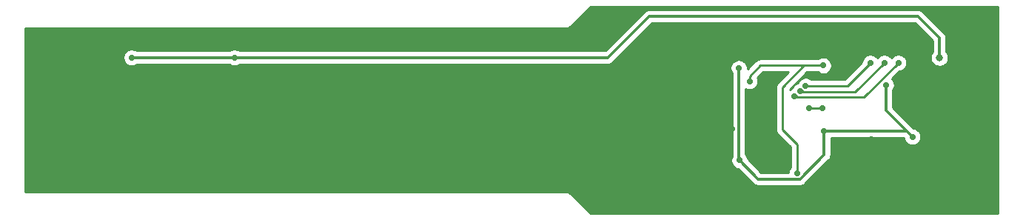
<source format=gbr>
%TF.GenerationSoftware,KiCad,Pcbnew,(5.1.6)-1*%
%TF.CreationDate,2022-03-29T15:59:44+02:00*%
%TF.ProjectId,MW_generator,4d575f67-656e-4657-9261-746f722e6b69,rev?*%
%TF.SameCoordinates,Original*%
%TF.FileFunction,Copper,L2,Bot*%
%TF.FilePolarity,Positive*%
%FSLAX46Y46*%
G04 Gerber Fmt 4.6, Leading zero omitted, Abs format (unit mm)*
G04 Created by KiCad (PCBNEW (5.1.6)-1) date 2022-03-29 15:59:44*
%MOMM*%
%LPD*%
G01*
G04 APERTURE LIST*
%TA.AperFunction,ViaPad*%
%ADD10C,0.700000*%
%TD*%
%TA.AperFunction,ViaPad*%
%ADD11C,0.800000*%
%TD*%
%TA.AperFunction,Conductor*%
%ADD12C,0.300000*%
%TD*%
%TA.AperFunction,Conductor*%
%ADD13C,0.250000*%
%TD*%
%TA.AperFunction,Conductor*%
%ADD14C,0.254000*%
%TD*%
G04 APERTURE END LIST*
D10*
%TO.N,+3V3*%
X192000000Y-112400000D03*
X199100000Y-107150000D03*
X202100000Y-113050000D03*
X182325000Y-115750000D03*
X182250000Y-105200000D03*
%TO.N,Net-(C18-Pad1)*%
X191900000Y-104900000D03*
X188900000Y-117200000D03*
X183500000Y-106700000D03*
%TO.N,GND*%
X202100000Y-116900000D03*
X202100000Y-110000000D03*
X202100000Y-103150000D03*
X200100000Y-100850000D03*
X193500000Y-100850000D03*
X187500000Y-100850000D03*
X181500000Y-100850000D03*
X174950000Y-100850000D03*
X172950000Y-103150000D03*
X172950000Y-110000000D03*
X197300000Y-117150000D03*
X186000000Y-109000000D03*
X174900000Y-119150000D03*
X187450000Y-119150000D03*
X200100000Y-119150000D03*
X193500000Y-119150000D03*
X181500000Y-119150000D03*
X172950000Y-116900000D03*
X104700000Y-105750000D03*
X104650000Y-114250000D03*
X105600000Y-108650000D03*
X106600000Y-108650000D03*
X107600000Y-108650000D03*
X108600000Y-108650000D03*
X109600000Y-108650000D03*
X110600000Y-108650000D03*
X105600000Y-111350000D03*
X106600000Y-111350000D03*
X107600000Y-111350000D03*
X108600000Y-111350000D03*
X108600000Y-112350000D03*
X109300000Y-113050000D03*
X118000000Y-112350000D03*
X104600000Y-108350000D03*
X103600000Y-108350000D03*
X102600000Y-108350000D03*
X101600000Y-108350000D03*
X104600000Y-111650000D03*
X103600000Y-111650000D03*
X102600000Y-111650000D03*
X101600000Y-111650000D03*
X119000000Y-111350000D03*
X110300000Y-113050000D03*
X111300000Y-113050000D03*
X112300000Y-113050000D03*
X113300000Y-113050000D03*
X114300000Y-113050000D03*
X115300000Y-113050000D03*
X116300000Y-113050000D03*
X117300000Y-113050000D03*
X119000000Y-112350000D03*
X120000000Y-111350000D03*
X121000000Y-111350000D03*
X122000000Y-111350000D03*
X123000000Y-111350000D03*
X124000000Y-111350000D03*
X125000000Y-111350000D03*
X126000000Y-111350000D03*
X127000000Y-111350000D03*
X128000000Y-111350000D03*
X129000000Y-111350000D03*
X130000000Y-111350000D03*
X131000000Y-111350000D03*
X132000000Y-111350000D03*
X132700000Y-110650000D03*
X133700000Y-110650000D03*
X133700000Y-109650000D03*
X134700000Y-109650000D03*
X135700000Y-109650000D03*
X136700000Y-109650000D03*
X137700000Y-109650000D03*
X138700000Y-109650000D03*
X139400000Y-108950000D03*
X140100000Y-108250000D03*
X110600000Y-107650000D03*
X111300000Y-106950000D03*
X141100000Y-108250000D03*
X142100000Y-108250000D03*
X143100000Y-108250000D03*
X144100000Y-108250000D03*
X145100000Y-108250000D03*
X146100000Y-108250000D03*
X147100000Y-108250000D03*
X148100000Y-108250000D03*
X149100000Y-108250000D03*
X150100000Y-108250000D03*
X151100000Y-108250000D03*
X152100000Y-108250000D03*
X153100000Y-108250000D03*
X154100000Y-108250000D03*
X155100000Y-108250000D03*
X156100000Y-108250000D03*
X157100000Y-108250000D03*
X158100000Y-108250000D03*
X159100000Y-108250000D03*
X160100000Y-108250000D03*
X161100000Y-108250000D03*
X162100000Y-108250000D03*
X163100000Y-108250000D03*
X164100000Y-108250000D03*
X165100000Y-108250000D03*
X166100000Y-108250000D03*
X167100000Y-108250000D03*
X168100000Y-108250000D03*
X169100000Y-108250000D03*
X170100000Y-108250000D03*
X171100000Y-108250000D03*
X140100000Y-105750000D03*
X141100000Y-105750000D03*
X142100000Y-105750000D03*
X143100000Y-105750000D03*
X144100000Y-105750000D03*
X145100000Y-105750000D03*
X146100000Y-105750000D03*
X147100000Y-105750000D03*
X148100000Y-105750000D03*
X149100000Y-105750000D03*
X150100000Y-105750000D03*
X151100000Y-105750000D03*
X152100000Y-105750000D03*
X153100000Y-105750000D03*
X154100000Y-105750000D03*
X155100000Y-105750000D03*
X156100000Y-105750000D03*
X157100000Y-105750000D03*
X158100000Y-105750000D03*
X159100000Y-105750000D03*
X160100000Y-105750000D03*
X161100000Y-105750000D03*
X162100000Y-105750000D03*
X163100000Y-105750000D03*
X164100000Y-105750000D03*
X165100000Y-105750000D03*
X166100000Y-105750000D03*
X167100000Y-105750000D03*
X168100000Y-105750000D03*
X169100000Y-105750000D03*
X170100000Y-105750000D03*
X171100000Y-105750000D03*
X139100000Y-105750000D03*
X138100000Y-105750000D03*
X137400000Y-106450000D03*
X136400000Y-106450000D03*
X135400000Y-106450000D03*
X134400000Y-106450000D03*
X133400000Y-106450000D03*
X132400000Y-106450000D03*
X131700000Y-107150000D03*
X127950000Y-107050000D03*
X126950000Y-107050000D03*
X125950000Y-107050000D03*
X123150000Y-107050000D03*
X122150000Y-107050000D03*
X121150000Y-107050000D03*
X120150000Y-107050000D03*
X119150000Y-107050000D03*
X118150000Y-107050000D03*
X117150000Y-107050000D03*
X114550000Y-107050000D03*
X113850000Y-106350000D03*
X112000000Y-106250000D03*
X171100000Y-109250000D03*
X171100000Y-110250000D03*
X171100000Y-111250000D03*
X170100000Y-111250000D03*
X169100000Y-111250000D03*
X169100000Y-112250000D03*
X169100000Y-113250000D03*
X171100000Y-114250000D03*
X170100000Y-114250000D03*
X169100000Y-114250000D03*
X174450000Y-114650000D03*
X174450000Y-115650000D03*
X174450000Y-116650000D03*
X174450000Y-117650000D03*
X175450000Y-117650000D03*
X176450000Y-117650000D03*
X177450000Y-117650000D03*
X178450000Y-117650000D03*
X179450000Y-117650000D03*
X180450000Y-117650000D03*
X181450000Y-117650000D03*
X177100000Y-115000000D03*
X177100000Y-114000000D03*
X177100000Y-113000000D03*
X177100000Y-112000000D03*
X177100000Y-111000000D03*
X177100000Y-110000000D03*
X177100000Y-109000000D03*
X177100000Y-108000000D03*
X177100000Y-107000000D03*
X177100000Y-106000000D03*
X177100000Y-105000000D03*
X174450000Y-105350000D03*
X174450000Y-104350000D03*
X174450000Y-103350000D03*
X174450000Y-102350000D03*
X175450000Y-102350000D03*
X176450000Y-102350000D03*
X177450000Y-102350000D03*
X178450000Y-102350000D03*
X179450000Y-102350000D03*
X180450000Y-102350000D03*
X181450000Y-102350000D03*
X185000000Y-109000000D03*
X184000000Y-109000000D03*
X186000000Y-110000000D03*
X185000000Y-110000000D03*
X184000000Y-110000000D03*
X186000000Y-111000000D03*
X185000000Y-111000000D03*
X184000000Y-111000000D03*
X196500000Y-118350000D03*
X178700000Y-113900000D03*
X178700000Y-112900000D03*
X178700000Y-111900000D03*
X178650000Y-105800000D03*
X178650000Y-106800000D03*
X178650000Y-107800000D03*
X179050000Y-110850000D03*
X179050000Y-108850000D03*
X179050000Y-109850000D03*
X180250000Y-110350000D03*
X181200000Y-108450000D03*
X181450000Y-112150000D03*
X197400000Y-113350000D03*
%TO.N,/LE*%
X197300000Y-104600000D03*
X189900000Y-107250000D03*
%TO.N,/CLK*%
X200500000Y-104600000D03*
X188625000Y-108450000D03*
%TO.N,/DATA*%
X198900000Y-104600000D03*
X189250000Y-107850000D03*
D11*
%TO.N,+5V*%
X205200000Y-104000000D03*
D10*
X112800000Y-104000000D03*
X124550000Y-104000000D03*
%TO.N,Net-(C10-Pad2)*%
X190250000Y-109750000D03*
X191850000Y-109750000D03*
%TD*%
D12*
%TO.N,+3V3*%
X201450000Y-112400000D02*
X202100000Y-113050000D01*
X192000000Y-112400000D02*
X201450000Y-112400000D01*
X199100000Y-110050000D02*
X201450000Y-112400000D01*
X199100000Y-107150000D02*
X199100000Y-110050000D01*
X182250000Y-115675000D02*
X182325000Y-115750000D01*
X182250000Y-105200000D02*
X182250000Y-115675000D01*
X189236001Y-117900001D02*
X192000000Y-115136002D01*
X192000000Y-115136002D02*
X192000000Y-112400000D01*
X184475001Y-117900001D02*
X189236001Y-117900001D01*
X182325000Y-115750000D02*
X184475001Y-117900001D01*
D13*
%TO.N,Net-(C18-Pad1)*%
X183500000Y-106700000D02*
X183500000Y-106100000D01*
X184700000Y-104900000D02*
X191900000Y-104900000D01*
X183500000Y-106100000D02*
X184700000Y-104900000D01*
X189725000Y-104900000D02*
X191900000Y-104900000D01*
X187250000Y-107375000D02*
X189725000Y-104900000D01*
X187250000Y-112250000D02*
X187250000Y-107375000D01*
X188900000Y-117200000D02*
X188900000Y-113900000D01*
X188900000Y-113900000D02*
X187250000Y-112250000D01*
%TO.N,/LE*%
X194650000Y-107250000D02*
X197300000Y-104600000D01*
X189900000Y-107250000D02*
X194650000Y-107250000D01*
%TO.N,/CLK*%
X196574999Y-108525001D02*
X200500000Y-104600000D01*
X188925999Y-108525001D02*
X196574999Y-108525001D01*
X188850998Y-108450000D02*
X188925999Y-108525001D01*
X188625000Y-108450000D02*
X188850998Y-108450000D01*
%TO.N,/DATA*%
X195574999Y-107925001D02*
X198900000Y-104600000D01*
X189575999Y-107925001D02*
X195574999Y-107925001D01*
X189500998Y-107850000D02*
X189575999Y-107925001D01*
X189250000Y-107850000D02*
X189500998Y-107850000D01*
D12*
%TO.N,+5V*%
X112800000Y-104000000D02*
X124550000Y-104000000D01*
X205200000Y-101750000D02*
X205200000Y-104000000D01*
X172000000Y-99300000D02*
X202750000Y-99300000D01*
X202750000Y-99300000D02*
X205200000Y-101750000D01*
X124550000Y-104000000D02*
X167300000Y-104000000D01*
X167300000Y-104000000D02*
X172000000Y-99300000D01*
D13*
%TO.N,Net-(C10-Pad2)*%
X190250000Y-109750000D02*
X191850000Y-109750000D01*
%TD*%
D14*
%TO.N,GND*%
G36*
X211840001Y-121840000D02*
G01*
X165273381Y-121840000D01*
X162989616Y-119556236D01*
X162968948Y-119531052D01*
X162868450Y-119448575D01*
X162753793Y-119387290D01*
X162629383Y-119349550D01*
X162532419Y-119340000D01*
X162532409Y-119340000D01*
X162500000Y-119336808D01*
X162467591Y-119340000D01*
X100660000Y-119340000D01*
X100660000Y-105102986D01*
X181265000Y-105102986D01*
X181265000Y-105297014D01*
X181302853Y-105487314D01*
X181377104Y-105666572D01*
X181465000Y-105798117D01*
X181465001Y-115264126D01*
X181452104Y-115283428D01*
X181377853Y-115462686D01*
X181340000Y-115652986D01*
X181340000Y-115847014D01*
X181377853Y-116037314D01*
X181452104Y-116216572D01*
X181559901Y-116377901D01*
X181697099Y-116515099D01*
X181858428Y-116622896D01*
X182037686Y-116697147D01*
X182192855Y-116728012D01*
X183892654Y-118427811D01*
X183917237Y-118457765D01*
X184036768Y-118555863D01*
X184173141Y-118628755D01*
X184321114Y-118673643D01*
X184396027Y-118681021D01*
X184436440Y-118685001D01*
X184436445Y-118685001D01*
X184475001Y-118688798D01*
X184513557Y-118685001D01*
X189197448Y-118685001D01*
X189236001Y-118688798D01*
X189274554Y-118685001D01*
X189274562Y-118685001D01*
X189389888Y-118673642D01*
X189537861Y-118628755D01*
X189674234Y-118555863D01*
X189793765Y-118457765D01*
X189818348Y-118427811D01*
X192527811Y-115718348D01*
X192557764Y-115693766D01*
X192655862Y-115574235D01*
X192728754Y-115437862D01*
X192748387Y-115373141D01*
X192773642Y-115289889D01*
X192783259Y-115192236D01*
X192785000Y-115174563D01*
X192785000Y-115174558D01*
X192788797Y-115136002D01*
X192785000Y-115097446D01*
X192785000Y-113185000D01*
X201122556Y-113185000D01*
X201152853Y-113337314D01*
X201227104Y-113516572D01*
X201334901Y-113677901D01*
X201472099Y-113815099D01*
X201633428Y-113922896D01*
X201812686Y-113997147D01*
X202002986Y-114035000D01*
X202197014Y-114035000D01*
X202387314Y-113997147D01*
X202566572Y-113922896D01*
X202727901Y-113815099D01*
X202865099Y-113677901D01*
X202972896Y-113516572D01*
X203047147Y-113337314D01*
X203085000Y-113147014D01*
X203085000Y-112952986D01*
X203047147Y-112762686D01*
X202972896Y-112583428D01*
X202865099Y-112422099D01*
X202727901Y-112284901D01*
X202566572Y-112177104D01*
X202387314Y-112102853D01*
X202232145Y-112071988D01*
X202032345Y-111872188D01*
X202007764Y-111842236D01*
X201977810Y-111817653D01*
X199885000Y-109724843D01*
X199885000Y-107748117D01*
X199972896Y-107616572D01*
X200047147Y-107437314D01*
X200085000Y-107247014D01*
X200085000Y-107052986D01*
X200047147Y-106862686D01*
X199972896Y-106683428D01*
X199865099Y-106522099D01*
X199758901Y-106415901D01*
X200589802Y-105585000D01*
X200597014Y-105585000D01*
X200787314Y-105547147D01*
X200966572Y-105472896D01*
X201127901Y-105365099D01*
X201265099Y-105227901D01*
X201372896Y-105066572D01*
X201447147Y-104887314D01*
X201485000Y-104697014D01*
X201485000Y-104502986D01*
X201447147Y-104312686D01*
X201372896Y-104133428D01*
X201265099Y-103972099D01*
X201127901Y-103834901D01*
X200966572Y-103727104D01*
X200787314Y-103652853D01*
X200597014Y-103615000D01*
X200402986Y-103615000D01*
X200212686Y-103652853D01*
X200033428Y-103727104D01*
X199872099Y-103834901D01*
X199734901Y-103972099D01*
X199700000Y-104024332D01*
X199665099Y-103972099D01*
X199527901Y-103834901D01*
X199366572Y-103727104D01*
X199187314Y-103652853D01*
X198997014Y-103615000D01*
X198802986Y-103615000D01*
X198612686Y-103652853D01*
X198433428Y-103727104D01*
X198272099Y-103834901D01*
X198134901Y-103972099D01*
X198100000Y-104024332D01*
X198065099Y-103972099D01*
X197927901Y-103834901D01*
X197766572Y-103727104D01*
X197587314Y-103652853D01*
X197397014Y-103615000D01*
X197202986Y-103615000D01*
X197012686Y-103652853D01*
X196833428Y-103727104D01*
X196672099Y-103834901D01*
X196534901Y-103972099D01*
X196427104Y-104133428D01*
X196352853Y-104312686D01*
X196315000Y-104502986D01*
X196315000Y-104510198D01*
X194335199Y-106490000D01*
X190533000Y-106490000D01*
X190527901Y-106484901D01*
X190366572Y-106377104D01*
X190187314Y-106302853D01*
X189997014Y-106265000D01*
X189802986Y-106265000D01*
X189612686Y-106302853D01*
X189433428Y-106377104D01*
X189272099Y-106484901D01*
X189134901Y-106622099D01*
X189027104Y-106783428D01*
X188978979Y-106899612D01*
X188962686Y-106902853D01*
X188783428Y-106977104D01*
X188622099Y-107084901D01*
X188484901Y-107222099D01*
X188377104Y-107383428D01*
X188325555Y-107507878D01*
X188158428Y-107577104D01*
X188050746Y-107649055D01*
X190039802Y-105660000D01*
X191267000Y-105660000D01*
X191272099Y-105665099D01*
X191433428Y-105772896D01*
X191612686Y-105847147D01*
X191802986Y-105885000D01*
X191997014Y-105885000D01*
X192187314Y-105847147D01*
X192366572Y-105772896D01*
X192527901Y-105665099D01*
X192665099Y-105527901D01*
X192772896Y-105366572D01*
X192847147Y-105187314D01*
X192885000Y-104997014D01*
X192885000Y-104802986D01*
X192847147Y-104612686D01*
X192772896Y-104433428D01*
X192665099Y-104272099D01*
X192527901Y-104134901D01*
X192366572Y-104027104D01*
X192187314Y-103952853D01*
X191997014Y-103915000D01*
X191802986Y-103915000D01*
X191612686Y-103952853D01*
X191433428Y-104027104D01*
X191272099Y-104134901D01*
X191267000Y-104140000D01*
X189762333Y-104140000D01*
X189725000Y-104136323D01*
X189687667Y-104140000D01*
X184737322Y-104140000D01*
X184699999Y-104136324D01*
X184662676Y-104140000D01*
X184662667Y-104140000D01*
X184551014Y-104150997D01*
X184407753Y-104194454D01*
X184275724Y-104265026D01*
X184159999Y-104359999D01*
X184136201Y-104388997D01*
X183235000Y-105290199D01*
X183235000Y-105102986D01*
X183197147Y-104912686D01*
X183122896Y-104733428D01*
X183015099Y-104572099D01*
X182877901Y-104434901D01*
X182716572Y-104327104D01*
X182537314Y-104252853D01*
X182347014Y-104215000D01*
X182152986Y-104215000D01*
X181962686Y-104252853D01*
X181783428Y-104327104D01*
X181622099Y-104434901D01*
X181484901Y-104572099D01*
X181377104Y-104733428D01*
X181302853Y-104912686D01*
X181265000Y-105102986D01*
X100660000Y-105102986D01*
X100660000Y-103902986D01*
X111815000Y-103902986D01*
X111815000Y-104097014D01*
X111852853Y-104287314D01*
X111927104Y-104466572D01*
X112034901Y-104627901D01*
X112172099Y-104765099D01*
X112333428Y-104872896D01*
X112512686Y-104947147D01*
X112702986Y-104985000D01*
X112897014Y-104985000D01*
X113087314Y-104947147D01*
X113266572Y-104872896D01*
X113398117Y-104785000D01*
X123951883Y-104785000D01*
X124083428Y-104872896D01*
X124262686Y-104947147D01*
X124452986Y-104985000D01*
X124647014Y-104985000D01*
X124837314Y-104947147D01*
X125016572Y-104872896D01*
X125148117Y-104785000D01*
X167261447Y-104785000D01*
X167300000Y-104788797D01*
X167338553Y-104785000D01*
X167338561Y-104785000D01*
X167453887Y-104773641D01*
X167601860Y-104728754D01*
X167738233Y-104655862D01*
X167857764Y-104557764D01*
X167882347Y-104527810D01*
X172325157Y-100085000D01*
X202424843Y-100085000D01*
X204415000Y-102075158D01*
X204415001Y-103321288D01*
X204396063Y-103340226D01*
X204282795Y-103509744D01*
X204204774Y-103698102D01*
X204165000Y-103898061D01*
X204165000Y-104101939D01*
X204204774Y-104301898D01*
X204282795Y-104490256D01*
X204396063Y-104659774D01*
X204540226Y-104803937D01*
X204709744Y-104917205D01*
X204898102Y-104995226D01*
X205098061Y-105035000D01*
X205301939Y-105035000D01*
X205501898Y-104995226D01*
X205690256Y-104917205D01*
X205859774Y-104803937D01*
X206003937Y-104659774D01*
X206117205Y-104490256D01*
X206195226Y-104301898D01*
X206235000Y-104101939D01*
X206235000Y-103898061D01*
X206195226Y-103698102D01*
X206117205Y-103509744D01*
X206003937Y-103340226D01*
X205985000Y-103321289D01*
X205985000Y-101788552D01*
X205988797Y-101749999D01*
X205985000Y-101711446D01*
X205985000Y-101711439D01*
X205973641Y-101596113D01*
X205928754Y-101448140D01*
X205855862Y-101311767D01*
X205757764Y-101192236D01*
X205727817Y-101167659D01*
X203332347Y-98772190D01*
X203307764Y-98742236D01*
X203188233Y-98644138D01*
X203051860Y-98571246D01*
X202903887Y-98526359D01*
X202788561Y-98515000D01*
X202788553Y-98515000D01*
X202750000Y-98511203D01*
X202711447Y-98515000D01*
X172038556Y-98515000D01*
X172000000Y-98511203D01*
X171961444Y-98515000D01*
X171961439Y-98515000D01*
X171921026Y-98518980D01*
X171846113Y-98526358D01*
X171698140Y-98571246D01*
X171561767Y-98644138D01*
X171442236Y-98742236D01*
X171417653Y-98772190D01*
X166974843Y-103215000D01*
X125148117Y-103215000D01*
X125016572Y-103127104D01*
X124837314Y-103052853D01*
X124647014Y-103015000D01*
X124452986Y-103015000D01*
X124262686Y-103052853D01*
X124083428Y-103127104D01*
X123951883Y-103215000D01*
X113398117Y-103215000D01*
X113266572Y-103127104D01*
X113087314Y-103052853D01*
X112897014Y-103015000D01*
X112702986Y-103015000D01*
X112512686Y-103052853D01*
X112333428Y-103127104D01*
X112172099Y-103234901D01*
X112034901Y-103372099D01*
X111927104Y-103533428D01*
X111852853Y-103712686D01*
X111815000Y-103902986D01*
X100660000Y-103902986D01*
X100660000Y-100660000D01*
X162467591Y-100660000D01*
X162500000Y-100663192D01*
X162532409Y-100660000D01*
X162532419Y-100660000D01*
X162629383Y-100650450D01*
X162753793Y-100612710D01*
X162868450Y-100551425D01*
X162968948Y-100468948D01*
X162989616Y-100443764D01*
X165273381Y-98160000D01*
X211840000Y-98160000D01*
X211840001Y-121840000D01*
G37*
X211840001Y-121840000D02*
X165273381Y-121840000D01*
X162989616Y-119556236D01*
X162968948Y-119531052D01*
X162868450Y-119448575D01*
X162753793Y-119387290D01*
X162629383Y-119349550D01*
X162532419Y-119340000D01*
X162532409Y-119340000D01*
X162500000Y-119336808D01*
X162467591Y-119340000D01*
X100660000Y-119340000D01*
X100660000Y-105102986D01*
X181265000Y-105102986D01*
X181265000Y-105297014D01*
X181302853Y-105487314D01*
X181377104Y-105666572D01*
X181465000Y-105798117D01*
X181465001Y-115264126D01*
X181452104Y-115283428D01*
X181377853Y-115462686D01*
X181340000Y-115652986D01*
X181340000Y-115847014D01*
X181377853Y-116037314D01*
X181452104Y-116216572D01*
X181559901Y-116377901D01*
X181697099Y-116515099D01*
X181858428Y-116622896D01*
X182037686Y-116697147D01*
X182192855Y-116728012D01*
X183892654Y-118427811D01*
X183917237Y-118457765D01*
X184036768Y-118555863D01*
X184173141Y-118628755D01*
X184321114Y-118673643D01*
X184396027Y-118681021D01*
X184436440Y-118685001D01*
X184436445Y-118685001D01*
X184475001Y-118688798D01*
X184513557Y-118685001D01*
X189197448Y-118685001D01*
X189236001Y-118688798D01*
X189274554Y-118685001D01*
X189274562Y-118685001D01*
X189389888Y-118673642D01*
X189537861Y-118628755D01*
X189674234Y-118555863D01*
X189793765Y-118457765D01*
X189818348Y-118427811D01*
X192527811Y-115718348D01*
X192557764Y-115693766D01*
X192655862Y-115574235D01*
X192728754Y-115437862D01*
X192748387Y-115373141D01*
X192773642Y-115289889D01*
X192783259Y-115192236D01*
X192785000Y-115174563D01*
X192785000Y-115174558D01*
X192788797Y-115136002D01*
X192785000Y-115097446D01*
X192785000Y-113185000D01*
X201122556Y-113185000D01*
X201152853Y-113337314D01*
X201227104Y-113516572D01*
X201334901Y-113677901D01*
X201472099Y-113815099D01*
X201633428Y-113922896D01*
X201812686Y-113997147D01*
X202002986Y-114035000D01*
X202197014Y-114035000D01*
X202387314Y-113997147D01*
X202566572Y-113922896D01*
X202727901Y-113815099D01*
X202865099Y-113677901D01*
X202972896Y-113516572D01*
X203047147Y-113337314D01*
X203085000Y-113147014D01*
X203085000Y-112952986D01*
X203047147Y-112762686D01*
X202972896Y-112583428D01*
X202865099Y-112422099D01*
X202727901Y-112284901D01*
X202566572Y-112177104D01*
X202387314Y-112102853D01*
X202232145Y-112071988D01*
X202032345Y-111872188D01*
X202007764Y-111842236D01*
X201977810Y-111817653D01*
X199885000Y-109724843D01*
X199885000Y-107748117D01*
X199972896Y-107616572D01*
X200047147Y-107437314D01*
X200085000Y-107247014D01*
X200085000Y-107052986D01*
X200047147Y-106862686D01*
X199972896Y-106683428D01*
X199865099Y-106522099D01*
X199758901Y-106415901D01*
X200589802Y-105585000D01*
X200597014Y-105585000D01*
X200787314Y-105547147D01*
X200966572Y-105472896D01*
X201127901Y-105365099D01*
X201265099Y-105227901D01*
X201372896Y-105066572D01*
X201447147Y-104887314D01*
X201485000Y-104697014D01*
X201485000Y-104502986D01*
X201447147Y-104312686D01*
X201372896Y-104133428D01*
X201265099Y-103972099D01*
X201127901Y-103834901D01*
X200966572Y-103727104D01*
X200787314Y-103652853D01*
X200597014Y-103615000D01*
X200402986Y-103615000D01*
X200212686Y-103652853D01*
X200033428Y-103727104D01*
X199872099Y-103834901D01*
X199734901Y-103972099D01*
X199700000Y-104024332D01*
X199665099Y-103972099D01*
X199527901Y-103834901D01*
X199366572Y-103727104D01*
X199187314Y-103652853D01*
X198997014Y-103615000D01*
X198802986Y-103615000D01*
X198612686Y-103652853D01*
X198433428Y-103727104D01*
X198272099Y-103834901D01*
X198134901Y-103972099D01*
X198100000Y-104024332D01*
X198065099Y-103972099D01*
X197927901Y-103834901D01*
X197766572Y-103727104D01*
X197587314Y-103652853D01*
X197397014Y-103615000D01*
X197202986Y-103615000D01*
X197012686Y-103652853D01*
X196833428Y-103727104D01*
X196672099Y-103834901D01*
X196534901Y-103972099D01*
X196427104Y-104133428D01*
X196352853Y-104312686D01*
X196315000Y-104502986D01*
X196315000Y-104510198D01*
X194335199Y-106490000D01*
X190533000Y-106490000D01*
X190527901Y-106484901D01*
X190366572Y-106377104D01*
X190187314Y-106302853D01*
X189997014Y-106265000D01*
X189802986Y-106265000D01*
X189612686Y-106302853D01*
X189433428Y-106377104D01*
X189272099Y-106484901D01*
X189134901Y-106622099D01*
X189027104Y-106783428D01*
X188978979Y-106899612D01*
X188962686Y-106902853D01*
X188783428Y-106977104D01*
X188622099Y-107084901D01*
X188484901Y-107222099D01*
X188377104Y-107383428D01*
X188325555Y-107507878D01*
X188158428Y-107577104D01*
X188050746Y-107649055D01*
X190039802Y-105660000D01*
X191267000Y-105660000D01*
X191272099Y-105665099D01*
X191433428Y-105772896D01*
X191612686Y-105847147D01*
X191802986Y-105885000D01*
X191997014Y-105885000D01*
X192187314Y-105847147D01*
X192366572Y-105772896D01*
X192527901Y-105665099D01*
X192665099Y-105527901D01*
X192772896Y-105366572D01*
X192847147Y-105187314D01*
X192885000Y-104997014D01*
X192885000Y-104802986D01*
X192847147Y-104612686D01*
X192772896Y-104433428D01*
X192665099Y-104272099D01*
X192527901Y-104134901D01*
X192366572Y-104027104D01*
X192187314Y-103952853D01*
X191997014Y-103915000D01*
X191802986Y-103915000D01*
X191612686Y-103952853D01*
X191433428Y-104027104D01*
X191272099Y-104134901D01*
X191267000Y-104140000D01*
X189762333Y-104140000D01*
X189725000Y-104136323D01*
X189687667Y-104140000D01*
X184737322Y-104140000D01*
X184699999Y-104136324D01*
X184662676Y-104140000D01*
X184662667Y-104140000D01*
X184551014Y-104150997D01*
X184407753Y-104194454D01*
X184275724Y-104265026D01*
X184159999Y-104359999D01*
X184136201Y-104388997D01*
X183235000Y-105290199D01*
X183235000Y-105102986D01*
X183197147Y-104912686D01*
X183122896Y-104733428D01*
X183015099Y-104572099D01*
X182877901Y-104434901D01*
X182716572Y-104327104D01*
X182537314Y-104252853D01*
X182347014Y-104215000D01*
X182152986Y-104215000D01*
X181962686Y-104252853D01*
X181783428Y-104327104D01*
X181622099Y-104434901D01*
X181484901Y-104572099D01*
X181377104Y-104733428D01*
X181302853Y-104912686D01*
X181265000Y-105102986D01*
X100660000Y-105102986D01*
X100660000Y-103902986D01*
X111815000Y-103902986D01*
X111815000Y-104097014D01*
X111852853Y-104287314D01*
X111927104Y-104466572D01*
X112034901Y-104627901D01*
X112172099Y-104765099D01*
X112333428Y-104872896D01*
X112512686Y-104947147D01*
X112702986Y-104985000D01*
X112897014Y-104985000D01*
X113087314Y-104947147D01*
X113266572Y-104872896D01*
X113398117Y-104785000D01*
X123951883Y-104785000D01*
X124083428Y-104872896D01*
X124262686Y-104947147D01*
X124452986Y-104985000D01*
X124647014Y-104985000D01*
X124837314Y-104947147D01*
X125016572Y-104872896D01*
X125148117Y-104785000D01*
X167261447Y-104785000D01*
X167300000Y-104788797D01*
X167338553Y-104785000D01*
X167338561Y-104785000D01*
X167453887Y-104773641D01*
X167601860Y-104728754D01*
X167738233Y-104655862D01*
X167857764Y-104557764D01*
X167882347Y-104527810D01*
X172325157Y-100085000D01*
X202424843Y-100085000D01*
X204415000Y-102075158D01*
X204415001Y-103321288D01*
X204396063Y-103340226D01*
X204282795Y-103509744D01*
X204204774Y-103698102D01*
X204165000Y-103898061D01*
X204165000Y-104101939D01*
X204204774Y-104301898D01*
X204282795Y-104490256D01*
X204396063Y-104659774D01*
X204540226Y-104803937D01*
X204709744Y-104917205D01*
X204898102Y-104995226D01*
X205098061Y-105035000D01*
X205301939Y-105035000D01*
X205501898Y-104995226D01*
X205690256Y-104917205D01*
X205859774Y-104803937D01*
X206003937Y-104659774D01*
X206117205Y-104490256D01*
X206195226Y-104301898D01*
X206235000Y-104101939D01*
X206235000Y-103898061D01*
X206195226Y-103698102D01*
X206117205Y-103509744D01*
X206003937Y-103340226D01*
X205985000Y-103321289D01*
X205985000Y-101788552D01*
X205988797Y-101749999D01*
X205985000Y-101711446D01*
X205985000Y-101711439D01*
X205973641Y-101596113D01*
X205928754Y-101448140D01*
X205855862Y-101311767D01*
X205757764Y-101192236D01*
X205727817Y-101167659D01*
X203332347Y-98772190D01*
X203307764Y-98742236D01*
X203188233Y-98644138D01*
X203051860Y-98571246D01*
X202903887Y-98526359D01*
X202788561Y-98515000D01*
X202788553Y-98515000D01*
X202750000Y-98511203D01*
X202711447Y-98515000D01*
X172038556Y-98515000D01*
X172000000Y-98511203D01*
X171961444Y-98515000D01*
X171961439Y-98515000D01*
X171921026Y-98518980D01*
X171846113Y-98526358D01*
X171698140Y-98571246D01*
X171561767Y-98644138D01*
X171442236Y-98742236D01*
X171417653Y-98772190D01*
X166974843Y-103215000D01*
X125148117Y-103215000D01*
X125016572Y-103127104D01*
X124837314Y-103052853D01*
X124647014Y-103015000D01*
X124452986Y-103015000D01*
X124262686Y-103052853D01*
X124083428Y-103127104D01*
X123951883Y-103215000D01*
X113398117Y-103215000D01*
X113266572Y-103127104D01*
X113087314Y-103052853D01*
X112897014Y-103015000D01*
X112702986Y-103015000D01*
X112512686Y-103052853D01*
X112333428Y-103127104D01*
X112172099Y-103234901D01*
X112034901Y-103372099D01*
X111927104Y-103533428D01*
X111852853Y-103712686D01*
X111815000Y-103902986D01*
X100660000Y-103902986D01*
X100660000Y-100660000D01*
X162467591Y-100660000D01*
X162500000Y-100663192D01*
X162532409Y-100660000D01*
X162532419Y-100660000D01*
X162629383Y-100650450D01*
X162753793Y-100612710D01*
X162868450Y-100551425D01*
X162968948Y-100468948D01*
X162989616Y-100443764D01*
X165273381Y-98160000D01*
X211840000Y-98160000D01*
X211840001Y-121840000D01*
G36*
X186738998Y-106811201D02*
G01*
X186710000Y-106834999D01*
X186686202Y-106863997D01*
X186686201Y-106863998D01*
X186615026Y-106950724D01*
X186544454Y-107082754D01*
X186500998Y-107226015D01*
X186486324Y-107375000D01*
X186490001Y-107412332D01*
X186490000Y-112212677D01*
X186486324Y-112250000D01*
X186490000Y-112287322D01*
X186490000Y-112287332D01*
X186500997Y-112398985D01*
X186538370Y-112522188D01*
X186544454Y-112542246D01*
X186615026Y-112674276D01*
X186637663Y-112701859D01*
X186709999Y-112790001D01*
X186739002Y-112813803D01*
X188140001Y-114214804D01*
X188140000Y-116567000D01*
X188134901Y-116572099D01*
X188027104Y-116733428D01*
X187952853Y-116912686D01*
X187915000Y-117102986D01*
X187915000Y-117115001D01*
X184800158Y-117115001D01*
X183303012Y-115617855D01*
X183272147Y-115462686D01*
X183197896Y-115283428D01*
X183090099Y-115122099D01*
X183035000Y-115067000D01*
X183035000Y-107573547D01*
X183212686Y-107647147D01*
X183402986Y-107685000D01*
X183597014Y-107685000D01*
X183787314Y-107647147D01*
X183966572Y-107572896D01*
X184127901Y-107465099D01*
X184265099Y-107327901D01*
X184372896Y-107166572D01*
X184447147Y-106987314D01*
X184485000Y-106797014D01*
X184485000Y-106602986D01*
X184447147Y-106412686D01*
X184392953Y-106281849D01*
X185014802Y-105660000D01*
X187890199Y-105660000D01*
X186738998Y-106811201D01*
G37*
X186738998Y-106811201D02*
X186710000Y-106834999D01*
X186686202Y-106863997D01*
X186686201Y-106863998D01*
X186615026Y-106950724D01*
X186544454Y-107082754D01*
X186500998Y-107226015D01*
X186486324Y-107375000D01*
X186490001Y-107412332D01*
X186490000Y-112212677D01*
X186486324Y-112250000D01*
X186490000Y-112287322D01*
X186490000Y-112287332D01*
X186500997Y-112398985D01*
X186538370Y-112522188D01*
X186544454Y-112542246D01*
X186615026Y-112674276D01*
X186637663Y-112701859D01*
X186709999Y-112790001D01*
X186739002Y-112813803D01*
X188140001Y-114214804D01*
X188140000Y-116567000D01*
X188134901Y-116572099D01*
X188027104Y-116733428D01*
X187952853Y-116912686D01*
X187915000Y-117102986D01*
X187915000Y-117115001D01*
X184800158Y-117115001D01*
X183303012Y-115617855D01*
X183272147Y-115462686D01*
X183197896Y-115283428D01*
X183090099Y-115122099D01*
X183035000Y-115067000D01*
X183035000Y-107573547D01*
X183212686Y-107647147D01*
X183402986Y-107685000D01*
X183597014Y-107685000D01*
X183787314Y-107647147D01*
X183966572Y-107572896D01*
X184127901Y-107465099D01*
X184265099Y-107327901D01*
X184372896Y-107166572D01*
X184447147Y-106987314D01*
X184485000Y-106797014D01*
X184485000Y-106602986D01*
X184447147Y-106412686D01*
X184392953Y-106281849D01*
X185014802Y-105660000D01*
X187890199Y-105660000D01*
X186738998Y-106811201D01*
%TD*%
M02*

</source>
